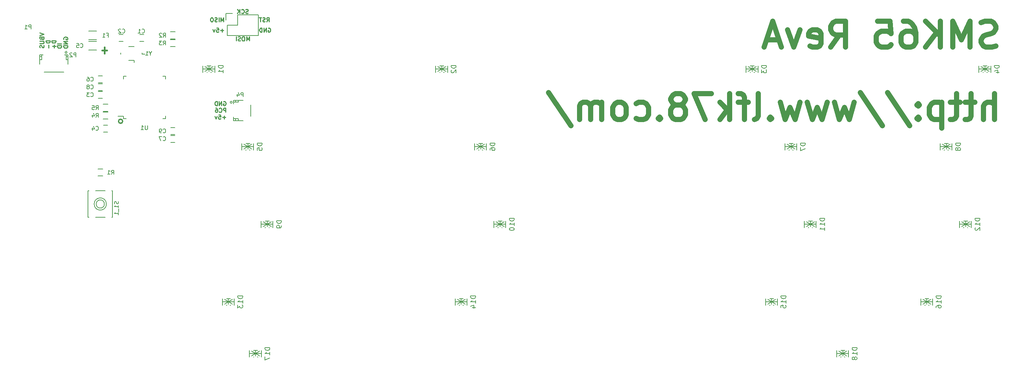
<source format=gbo>
G04 #@! TF.FileFunction,Legend,Bot*
%FSLAX46Y46*%
G04 Gerber Fmt 4.6, Leading zero omitted, Abs format (unit mm)*
G04 Created by KiCad (PCBNEW 4.0.6) date Tuesday, July 11, 2017 'PMt' 09:42:09 PM*
%MOMM*%
%LPD*%
G01*
G04 APERTURE LIST*
%ADD10C,0.150000*%
%ADD11C,0.254000*%
%ADD12C,1.270000*%
%ADD13C,0.381000*%
%ADD14C,0.304800*%
%ADD15C,0.200000*%
G04 APERTURE END LIST*
D10*
D11*
X50038000Y-37174714D02*
X49989619Y-37077952D01*
X49989619Y-36932809D01*
X50038000Y-36787667D01*
X50134762Y-36690905D01*
X50231524Y-36642524D01*
X50425048Y-36594143D01*
X50570190Y-36594143D01*
X50763714Y-36642524D01*
X50860476Y-36690905D01*
X50957238Y-36787667D01*
X51005619Y-36932809D01*
X51005619Y-37029571D01*
X50957238Y-37174714D01*
X50908857Y-37223095D01*
X50570190Y-37223095D01*
X50570190Y-37029571D01*
X51005619Y-37658524D02*
X49989619Y-37658524D01*
X51005619Y-38239095D01*
X49989619Y-38239095D01*
X51005619Y-38722905D02*
X49989619Y-38722905D01*
X49989619Y-38964810D01*
X50038000Y-39109952D01*
X50134762Y-39206714D01*
X50231524Y-39255095D01*
X50425048Y-39303476D01*
X50570190Y-39303476D01*
X50763714Y-39255095D01*
X50860476Y-39206714D01*
X50957238Y-39109952D01*
X51005619Y-38964810D01*
X51005619Y-38722905D01*
X49481619Y-38239095D02*
X48465619Y-38239095D01*
X49481619Y-38722905D02*
X48465619Y-38722905D01*
X48465619Y-38964810D01*
X48514000Y-39109952D01*
X48610762Y-39206714D01*
X48707524Y-39255095D01*
X48901048Y-39303476D01*
X49046190Y-39303476D01*
X49239714Y-39255095D01*
X49336476Y-39206714D01*
X49433238Y-39109952D01*
X49481619Y-38964810D01*
X49481619Y-38722905D01*
X48084619Y-37465000D02*
X47068619Y-37465000D01*
X47068619Y-37706905D01*
X47117000Y-37852047D01*
X47213762Y-37948809D01*
X47310524Y-37997190D01*
X47504048Y-38045571D01*
X47649190Y-38045571D01*
X47842714Y-37997190D01*
X47939476Y-37948809D01*
X48036238Y-37852047D01*
X48084619Y-37706905D01*
X48084619Y-37465000D01*
X47697571Y-38481000D02*
X47697571Y-39255095D01*
X48084619Y-38868047D02*
X47310524Y-38868047D01*
X46687619Y-37465000D02*
X45671619Y-37465000D01*
X45671619Y-37706905D01*
X45720000Y-37852047D01*
X45816762Y-37948809D01*
X45913524Y-37997190D01*
X46107048Y-38045571D01*
X46252190Y-38045571D01*
X46445714Y-37997190D01*
X46542476Y-37948809D01*
X46639238Y-37852047D01*
X46687619Y-37706905D01*
X46687619Y-37465000D01*
X46300571Y-38481000D02*
X46300571Y-39255095D01*
X44147619Y-35547905D02*
X45163619Y-35886572D01*
X44147619Y-36225238D01*
X44631429Y-36902571D02*
X44679810Y-37047714D01*
X44728190Y-37096095D01*
X44824952Y-37144476D01*
X44970095Y-37144476D01*
X45066857Y-37096095D01*
X45115238Y-37047714D01*
X45163619Y-36950952D01*
X45163619Y-36563905D01*
X44147619Y-36563905D01*
X44147619Y-36902571D01*
X44196000Y-36999333D01*
X44244381Y-37047714D01*
X44341143Y-37096095D01*
X44437905Y-37096095D01*
X44534667Y-37047714D01*
X44583048Y-36999333D01*
X44631429Y-36902571D01*
X44631429Y-36563905D01*
X44147619Y-37579905D02*
X44970095Y-37579905D01*
X45066857Y-37628286D01*
X45115238Y-37676667D01*
X45163619Y-37773429D01*
X45163619Y-37966952D01*
X45115238Y-38063714D01*
X45066857Y-38112095D01*
X44970095Y-38160476D01*
X44147619Y-38160476D01*
X45115238Y-38595905D02*
X45163619Y-38741048D01*
X45163619Y-38982952D01*
X45115238Y-39079714D01*
X45066857Y-39128095D01*
X44970095Y-39176476D01*
X44873333Y-39176476D01*
X44776571Y-39128095D01*
X44728190Y-39079714D01*
X44679810Y-38982952D01*
X44631429Y-38789429D01*
X44583048Y-38692667D01*
X44534667Y-38644286D01*
X44437905Y-38595905D01*
X44341143Y-38595905D01*
X44244381Y-38644286D01*
X44196000Y-38692667D01*
X44147619Y-38789429D01*
X44147619Y-39031333D01*
X44196000Y-39176476D01*
X95576571Y-37543619D02*
X95576571Y-36527619D01*
X95237905Y-37253333D01*
X94899238Y-36527619D01*
X94899238Y-37543619D01*
X94221904Y-36527619D02*
X94028381Y-36527619D01*
X93931619Y-36576000D01*
X93834857Y-36672762D01*
X93786476Y-36866286D01*
X93786476Y-37204952D01*
X93834857Y-37398476D01*
X93931619Y-37495238D01*
X94028381Y-37543619D01*
X94221904Y-37543619D01*
X94318666Y-37495238D01*
X94415428Y-37398476D01*
X94463809Y-37204952D01*
X94463809Y-36866286D01*
X94415428Y-36672762D01*
X94318666Y-36576000D01*
X94221904Y-36527619D01*
X93399428Y-37495238D02*
X93254285Y-37543619D01*
X93012381Y-37543619D01*
X92915619Y-37495238D01*
X92867238Y-37446857D01*
X92818857Y-37350095D01*
X92818857Y-37253333D01*
X92867238Y-37156571D01*
X92915619Y-37108190D01*
X93012381Y-37059810D01*
X93205904Y-37011429D01*
X93302666Y-36963048D01*
X93351047Y-36914667D01*
X93399428Y-36817905D01*
X93399428Y-36721143D01*
X93351047Y-36624381D01*
X93302666Y-36576000D01*
X93205904Y-36527619D01*
X92964000Y-36527619D01*
X92818857Y-36576000D01*
X92383428Y-37543619D02*
X92383428Y-36527619D01*
X89293095Y-34997571D02*
X88519000Y-34997571D01*
X88906048Y-35384619D02*
X88906048Y-34610524D01*
X87551381Y-34368619D02*
X88035190Y-34368619D01*
X88083571Y-34852429D01*
X88035190Y-34804048D01*
X87938428Y-34755667D01*
X87696524Y-34755667D01*
X87599762Y-34804048D01*
X87551381Y-34852429D01*
X87503000Y-34949190D01*
X87503000Y-35191095D01*
X87551381Y-35287857D01*
X87599762Y-35336238D01*
X87696524Y-35384619D01*
X87938428Y-35384619D01*
X88035190Y-35336238D01*
X88083571Y-35287857D01*
X87164333Y-34707286D02*
X86922428Y-35384619D01*
X86680524Y-34707286D01*
X100239286Y-34417000D02*
X100336048Y-34368619D01*
X100481191Y-34368619D01*
X100626333Y-34417000D01*
X100723095Y-34513762D01*
X100771476Y-34610524D01*
X100819857Y-34804048D01*
X100819857Y-34949190D01*
X100771476Y-35142714D01*
X100723095Y-35239476D01*
X100626333Y-35336238D01*
X100481191Y-35384619D01*
X100384429Y-35384619D01*
X100239286Y-35336238D01*
X100190905Y-35287857D01*
X100190905Y-34949190D01*
X100384429Y-34949190D01*
X99755476Y-35384619D02*
X99755476Y-34368619D01*
X99174905Y-35384619D01*
X99174905Y-34368619D01*
X98691095Y-35384619D02*
X98691095Y-34368619D01*
X98449190Y-34368619D01*
X98304048Y-34417000D01*
X98207286Y-34513762D01*
X98158905Y-34610524D01*
X98110524Y-34804048D01*
X98110524Y-34949190D01*
X98158905Y-35142714D01*
X98207286Y-35239476D01*
X98304048Y-35336238D01*
X98449190Y-35384619D01*
X98691095Y-35384619D01*
X95286285Y-30764238D02*
X95141142Y-30812619D01*
X94899238Y-30812619D01*
X94802476Y-30764238D01*
X94754095Y-30715857D01*
X94705714Y-30619095D01*
X94705714Y-30522333D01*
X94754095Y-30425571D01*
X94802476Y-30377190D01*
X94899238Y-30328810D01*
X95092761Y-30280429D01*
X95189523Y-30232048D01*
X95237904Y-30183667D01*
X95286285Y-30086905D01*
X95286285Y-29990143D01*
X95237904Y-29893381D01*
X95189523Y-29845000D01*
X95092761Y-29796619D01*
X94850857Y-29796619D01*
X94705714Y-29845000D01*
X93689714Y-30715857D02*
X93738095Y-30764238D01*
X93883238Y-30812619D01*
X93980000Y-30812619D01*
X94125142Y-30764238D01*
X94221904Y-30667476D01*
X94270285Y-30570714D01*
X94318666Y-30377190D01*
X94318666Y-30232048D01*
X94270285Y-30038524D01*
X94221904Y-29941762D01*
X94125142Y-29845000D01*
X93980000Y-29796619D01*
X93883238Y-29796619D01*
X93738095Y-29845000D01*
X93689714Y-29893381D01*
X93254285Y-30812619D02*
X93254285Y-29796619D01*
X92673714Y-30812619D02*
X93109142Y-30232048D01*
X92673714Y-29796619D02*
X93254285Y-30377190D01*
X99852238Y-32844619D02*
X100190904Y-32360810D01*
X100432809Y-32844619D02*
X100432809Y-31828619D01*
X100045762Y-31828619D01*
X99949000Y-31877000D01*
X99900619Y-31925381D01*
X99852238Y-32022143D01*
X99852238Y-32167286D01*
X99900619Y-32264048D01*
X99949000Y-32312429D01*
X100045762Y-32360810D01*
X100432809Y-32360810D01*
X99465190Y-32796238D02*
X99320047Y-32844619D01*
X99078143Y-32844619D01*
X98981381Y-32796238D01*
X98933000Y-32747857D01*
X98884619Y-32651095D01*
X98884619Y-32554333D01*
X98933000Y-32457571D01*
X98981381Y-32409190D01*
X99078143Y-32360810D01*
X99271666Y-32312429D01*
X99368428Y-32264048D01*
X99416809Y-32215667D01*
X99465190Y-32118905D01*
X99465190Y-32022143D01*
X99416809Y-31925381D01*
X99368428Y-31877000D01*
X99271666Y-31828619D01*
X99029762Y-31828619D01*
X98884619Y-31877000D01*
X98594333Y-31828619D02*
X98013762Y-31828619D01*
X98304047Y-32844619D02*
X98304047Y-31828619D01*
X89293095Y-32844619D02*
X89293095Y-31828619D01*
X88954429Y-32554333D01*
X88615762Y-31828619D01*
X88615762Y-32844619D01*
X88131952Y-32844619D02*
X88131952Y-31828619D01*
X87696523Y-32796238D02*
X87551380Y-32844619D01*
X87309476Y-32844619D01*
X87212714Y-32796238D01*
X87164333Y-32747857D01*
X87115952Y-32651095D01*
X87115952Y-32554333D01*
X87164333Y-32457571D01*
X87212714Y-32409190D01*
X87309476Y-32360810D01*
X87502999Y-32312429D01*
X87599761Y-32264048D01*
X87648142Y-32215667D01*
X87696523Y-32118905D01*
X87696523Y-32022143D01*
X87648142Y-31925381D01*
X87599761Y-31877000D01*
X87502999Y-31828619D01*
X87261095Y-31828619D01*
X87115952Y-31877000D01*
X86486999Y-31828619D02*
X86293476Y-31828619D01*
X86196714Y-31877000D01*
X86099952Y-31973762D01*
X86051571Y-32167286D01*
X86051571Y-32505952D01*
X86099952Y-32699476D01*
X86196714Y-32796238D01*
X86293476Y-32844619D01*
X86486999Y-32844619D01*
X86583761Y-32796238D01*
X86680523Y-32699476D01*
X86728904Y-32505952D01*
X86728904Y-32167286D01*
X86680523Y-31973762D01*
X86583761Y-31877000D01*
X86486999Y-31828619D01*
X89801095Y-56333571D02*
X89027000Y-56333571D01*
X89414048Y-56720619D02*
X89414048Y-55946524D01*
X88059381Y-55704619D02*
X88543190Y-55704619D01*
X88591571Y-56188429D01*
X88543190Y-56140048D01*
X88446428Y-56091667D01*
X88204524Y-56091667D01*
X88107762Y-56140048D01*
X88059381Y-56188429D01*
X88011000Y-56285190D01*
X88011000Y-56527095D01*
X88059381Y-56623857D01*
X88107762Y-56672238D01*
X88204524Y-56720619D01*
X88446428Y-56720619D01*
X88543190Y-56672238D01*
X88591571Y-56623857D01*
X87672333Y-56043286D02*
X87430428Y-56720619D01*
X87188524Y-56043286D01*
X89801095Y-55069619D02*
X89801095Y-54053619D01*
X89414048Y-54053619D01*
X89317286Y-54102000D01*
X89268905Y-54150381D01*
X89220524Y-54247143D01*
X89220524Y-54392286D01*
X89268905Y-54489048D01*
X89317286Y-54537429D01*
X89414048Y-54585810D01*
X89801095Y-54585810D01*
X88204524Y-54972857D02*
X88252905Y-55021238D01*
X88398048Y-55069619D01*
X88494810Y-55069619D01*
X88639952Y-55021238D01*
X88736714Y-54924476D01*
X88785095Y-54827714D01*
X88833476Y-54634190D01*
X88833476Y-54489048D01*
X88785095Y-54295524D01*
X88736714Y-54198762D01*
X88639952Y-54102000D01*
X88494810Y-54053619D01*
X88398048Y-54053619D01*
X88252905Y-54102000D01*
X88204524Y-54150381D01*
X87333667Y-54053619D02*
X87527190Y-54053619D01*
X87623952Y-54102000D01*
X87672333Y-54150381D01*
X87769095Y-54295524D01*
X87817476Y-54489048D01*
X87817476Y-54876095D01*
X87769095Y-54972857D01*
X87720714Y-55021238D01*
X87623952Y-55069619D01*
X87430429Y-55069619D01*
X87333667Y-55021238D01*
X87285286Y-54972857D01*
X87236905Y-54876095D01*
X87236905Y-54634190D01*
X87285286Y-54537429D01*
X87333667Y-54489048D01*
X87430429Y-54440667D01*
X87623952Y-54440667D01*
X87720714Y-54489048D01*
X87769095Y-54537429D01*
X87817476Y-54634190D01*
X89268905Y-52451000D02*
X89365667Y-52402619D01*
X89510810Y-52402619D01*
X89655952Y-52451000D01*
X89752714Y-52547762D01*
X89801095Y-52644524D01*
X89849476Y-52838048D01*
X89849476Y-52983190D01*
X89801095Y-53176714D01*
X89752714Y-53273476D01*
X89655952Y-53370238D01*
X89510810Y-53418619D01*
X89414048Y-53418619D01*
X89268905Y-53370238D01*
X89220524Y-53321857D01*
X89220524Y-52983190D01*
X89414048Y-52983190D01*
X88785095Y-53418619D02*
X88785095Y-52402619D01*
X88204524Y-53418619D01*
X88204524Y-52402619D01*
X87720714Y-53418619D02*
X87720714Y-52402619D01*
X87478809Y-52402619D01*
X87333667Y-52451000D01*
X87236905Y-52547762D01*
X87188524Y-52644524D01*
X87140143Y-52838048D01*
X87140143Y-52983190D01*
X87188524Y-53176714D01*
X87236905Y-53273476D01*
X87333667Y-53370238D01*
X87478809Y-53418619D01*
X87720714Y-53418619D01*
D12*
X278825476Y-38765238D02*
X277918333Y-39067619D01*
X276406429Y-39067619D01*
X275801667Y-38765238D01*
X275499286Y-38462857D01*
X275196905Y-37858095D01*
X275196905Y-37253333D01*
X275499286Y-36648571D01*
X275801667Y-36346190D01*
X276406429Y-36043810D01*
X277615952Y-35741429D01*
X278220714Y-35439048D01*
X278523095Y-35136667D01*
X278825476Y-34531905D01*
X278825476Y-33927143D01*
X278523095Y-33322381D01*
X278220714Y-33020000D01*
X277615952Y-32717619D01*
X276104048Y-32717619D01*
X275196905Y-33020000D01*
X272475476Y-39067619D02*
X272475476Y-32717619D01*
X270358810Y-37253333D01*
X268242143Y-32717619D01*
X268242143Y-39067619D01*
X265218333Y-39067619D02*
X265218333Y-32717619D01*
X261589762Y-39067619D02*
X264311190Y-35439048D01*
X261589762Y-32717619D02*
X265218333Y-36346190D01*
X256146905Y-32717619D02*
X257356428Y-32717619D01*
X257961190Y-33020000D01*
X258263571Y-33322381D01*
X258868333Y-34229524D01*
X259170714Y-35439048D01*
X259170714Y-37858095D01*
X258868333Y-38462857D01*
X258565952Y-38765238D01*
X257961190Y-39067619D01*
X256751667Y-39067619D01*
X256146905Y-38765238D01*
X255844524Y-38462857D01*
X255542143Y-37858095D01*
X255542143Y-36346190D01*
X255844524Y-35741429D01*
X256146905Y-35439048D01*
X256751667Y-35136667D01*
X257961190Y-35136667D01*
X258565952Y-35439048D01*
X258868333Y-35741429D01*
X259170714Y-36346190D01*
X249796905Y-32717619D02*
X252820714Y-32717619D01*
X253123095Y-35741429D01*
X252820714Y-35439048D01*
X252215952Y-35136667D01*
X250704048Y-35136667D01*
X250099286Y-35439048D01*
X249796905Y-35741429D01*
X249494524Y-36346190D01*
X249494524Y-37858095D01*
X249796905Y-38462857D01*
X250099286Y-38765238D01*
X250704048Y-39067619D01*
X252215952Y-39067619D01*
X252820714Y-38765238D01*
X253123095Y-38462857D01*
X238306429Y-39067619D02*
X240423095Y-36043810D01*
X241935000Y-39067619D02*
X241935000Y-32717619D01*
X239515953Y-32717619D01*
X238911191Y-33020000D01*
X238608810Y-33322381D01*
X238306429Y-33927143D01*
X238306429Y-34834286D01*
X238608810Y-35439048D01*
X238911191Y-35741429D01*
X239515953Y-36043810D01*
X241935000Y-36043810D01*
X233165953Y-38765238D02*
X233770715Y-39067619D01*
X234980238Y-39067619D01*
X235585000Y-38765238D01*
X235887381Y-38160476D01*
X235887381Y-35741429D01*
X235585000Y-35136667D01*
X234980238Y-34834286D01*
X233770715Y-34834286D01*
X233165953Y-35136667D01*
X232863572Y-35741429D01*
X232863572Y-36346190D01*
X235887381Y-36950952D01*
X230746905Y-34834286D02*
X229235000Y-39067619D01*
X227723096Y-34834286D01*
X225606429Y-37253333D02*
X222582620Y-37253333D01*
X226211191Y-39067619D02*
X224094524Y-32717619D01*
X221977858Y-39067619D01*
X278523095Y-56847619D02*
X278523095Y-50497619D01*
X275801667Y-56847619D02*
X275801667Y-53521429D01*
X276104048Y-52916667D01*
X276708810Y-52614286D01*
X277615952Y-52614286D01*
X278220714Y-52916667D01*
X278523095Y-53219048D01*
X273685000Y-52614286D02*
X271265952Y-52614286D01*
X272777857Y-50497619D02*
X272777857Y-55940476D01*
X272475476Y-56545238D01*
X271870714Y-56847619D01*
X271265952Y-56847619D01*
X270056429Y-52614286D02*
X267637381Y-52614286D01*
X269149286Y-50497619D02*
X269149286Y-55940476D01*
X268846905Y-56545238D01*
X268242143Y-56847619D01*
X267637381Y-56847619D01*
X265520715Y-52614286D02*
X265520715Y-58964286D01*
X265520715Y-52916667D02*
X264915953Y-52614286D01*
X263706430Y-52614286D01*
X263101668Y-52916667D01*
X262799287Y-53219048D01*
X262496906Y-53823810D01*
X262496906Y-55638095D01*
X262799287Y-56242857D01*
X263101668Y-56545238D01*
X263706430Y-56847619D01*
X264915953Y-56847619D01*
X265520715Y-56545238D01*
X259775477Y-56242857D02*
X259473096Y-56545238D01*
X259775477Y-56847619D01*
X260077858Y-56545238D01*
X259775477Y-56242857D01*
X259775477Y-56847619D01*
X259775477Y-52916667D02*
X259473096Y-53219048D01*
X259775477Y-53521429D01*
X260077858Y-53219048D01*
X259775477Y-52916667D01*
X259775477Y-53521429D01*
X252215953Y-50195238D02*
X257658810Y-58359524D01*
X245563572Y-50195238D02*
X251006429Y-58359524D01*
X244051667Y-52614286D02*
X242842143Y-56847619D01*
X241632620Y-53823810D01*
X240423096Y-56847619D01*
X239213572Y-52614286D01*
X237399286Y-52614286D02*
X236189762Y-56847619D01*
X234980239Y-53823810D01*
X233770715Y-56847619D01*
X232561191Y-52614286D01*
X230746905Y-52614286D02*
X229537381Y-56847619D01*
X228327858Y-53823810D01*
X227118334Y-56847619D01*
X225908810Y-52614286D01*
X223489762Y-56242857D02*
X223187381Y-56545238D01*
X223489762Y-56847619D01*
X223792143Y-56545238D01*
X223489762Y-56242857D01*
X223489762Y-56847619D01*
X219558809Y-56847619D02*
X220163571Y-56545238D01*
X220465952Y-55940476D01*
X220465952Y-50497619D01*
X218046905Y-52614286D02*
X215627857Y-52614286D01*
X217139762Y-56847619D02*
X217139762Y-51404762D01*
X216837381Y-50800000D01*
X216232619Y-50497619D01*
X215627857Y-50497619D01*
X213511191Y-56847619D02*
X213511191Y-50497619D01*
X212906429Y-54428571D02*
X211092144Y-56847619D01*
X211092144Y-52614286D02*
X213511191Y-55033333D01*
X208975477Y-50497619D02*
X204742144Y-50497619D01*
X207463572Y-56847619D01*
X201415953Y-53219048D02*
X202020715Y-52916667D01*
X202323096Y-52614286D01*
X202625477Y-52009524D01*
X202625477Y-51707143D01*
X202323096Y-51102381D01*
X202020715Y-50800000D01*
X201415953Y-50497619D01*
X200206430Y-50497619D01*
X199601668Y-50800000D01*
X199299287Y-51102381D01*
X198996906Y-51707143D01*
X198996906Y-52009524D01*
X199299287Y-52614286D01*
X199601668Y-52916667D01*
X200206430Y-53219048D01*
X201415953Y-53219048D01*
X202020715Y-53521429D01*
X202323096Y-53823810D01*
X202625477Y-54428571D01*
X202625477Y-55638095D01*
X202323096Y-56242857D01*
X202020715Y-56545238D01*
X201415953Y-56847619D01*
X200206430Y-56847619D01*
X199601668Y-56545238D01*
X199299287Y-56242857D01*
X198996906Y-55638095D01*
X198996906Y-54428571D01*
X199299287Y-53823810D01*
X199601668Y-53521429D01*
X200206430Y-53219048D01*
X196275477Y-56242857D02*
X195973096Y-56545238D01*
X196275477Y-56847619D01*
X196577858Y-56545238D01*
X196275477Y-56242857D01*
X196275477Y-56847619D01*
X190530239Y-56545238D02*
X191135001Y-56847619D01*
X192344524Y-56847619D01*
X192949286Y-56545238D01*
X193251667Y-56242857D01*
X193554048Y-55638095D01*
X193554048Y-53823810D01*
X193251667Y-53219048D01*
X192949286Y-52916667D01*
X192344524Y-52614286D01*
X191135001Y-52614286D01*
X190530239Y-52916667D01*
X186901667Y-56847619D02*
X187506429Y-56545238D01*
X187808810Y-56242857D01*
X188111191Y-55638095D01*
X188111191Y-53823810D01*
X187808810Y-53219048D01*
X187506429Y-52916667D01*
X186901667Y-52614286D01*
X185994525Y-52614286D01*
X185389763Y-52916667D01*
X185087382Y-53219048D01*
X184785001Y-53823810D01*
X184785001Y-55638095D01*
X185087382Y-56242857D01*
X185389763Y-56545238D01*
X185994525Y-56847619D01*
X186901667Y-56847619D01*
X182063572Y-56847619D02*
X182063572Y-52614286D01*
X182063572Y-53219048D02*
X181761191Y-52916667D01*
X181156429Y-52614286D01*
X180249287Y-52614286D01*
X179644525Y-52916667D01*
X179342144Y-53521429D01*
X179342144Y-56847619D01*
X179342144Y-53521429D02*
X179039763Y-52916667D01*
X178435001Y-52614286D01*
X177527858Y-52614286D01*
X176923096Y-52916667D01*
X176620715Y-53521429D01*
X176620715Y-56847619D01*
X169061191Y-50195238D02*
X174504048Y-58359524D01*
D13*
X60651571Y-39896143D02*
X59490428Y-39896143D01*
X60070999Y-40670238D02*
X60070999Y-39122048D01*
D14*
X64516000Y-57277000D02*
G75*
G03X64516000Y-57277000I-508000J0D01*
G01*
D10*
X68715000Y-35980000D02*
X69715000Y-35980000D01*
X69715000Y-37680000D02*
X68715000Y-37680000D01*
X64635000Y-37680000D02*
X63635000Y-37680000D01*
X63635000Y-35980000D02*
X64635000Y-35980000D01*
X58555000Y-49950000D02*
X59555000Y-49950000D01*
X59555000Y-51650000D02*
X58555000Y-51650000D01*
X59825000Y-58205000D02*
X60825000Y-58205000D01*
X60825000Y-59905000D02*
X59825000Y-59905000D01*
X56150000Y-37710000D02*
X58150000Y-37710000D01*
X58150000Y-39760000D02*
X56150000Y-39760000D01*
X59555000Y-47840000D02*
X58555000Y-47840000D01*
X58555000Y-46140000D02*
X59555000Y-46140000D01*
X76335000Y-60745000D02*
X77335000Y-60745000D01*
X77335000Y-62445000D02*
X76335000Y-62445000D01*
X58555000Y-48045000D02*
X59555000Y-48045000D01*
X59555000Y-49745000D02*
X58555000Y-49745000D01*
X77335000Y-60540000D02*
X76335000Y-60540000D01*
X76335000Y-58840000D02*
X77335000Y-58840000D01*
X85325000Y-45250000D02*
X85175000Y-45250000D01*
X86725000Y-43850000D02*
X84725000Y-45050000D01*
X86725000Y-45050000D02*
X84725000Y-43850000D01*
X85725000Y-43650000D02*
X85725000Y-45050000D01*
X87125000Y-44450000D02*
X84225000Y-44450000D01*
X87125000Y-43650000D02*
X87125000Y-45250000D01*
X86275000Y-45250000D02*
X86175000Y-45250000D01*
X84225000Y-45250000D02*
X84225000Y-43650000D01*
X85225000Y-43650000D02*
X86225000Y-43650000D01*
X86225000Y-45250000D02*
X86125000Y-45250000D01*
X142475000Y-45250000D02*
X142325000Y-45250000D01*
X143875000Y-43850000D02*
X141875000Y-45050000D01*
X143875000Y-45050000D02*
X141875000Y-43850000D01*
X142875000Y-43650000D02*
X142875000Y-45050000D01*
X144275000Y-44450000D02*
X141375000Y-44450000D01*
X144275000Y-43650000D02*
X144275000Y-45250000D01*
X143425000Y-45250000D02*
X143325000Y-45250000D01*
X141375000Y-45250000D02*
X141375000Y-43650000D01*
X142375000Y-43650000D02*
X143375000Y-43650000D01*
X143375000Y-45250000D02*
X143275000Y-45250000D01*
X218675000Y-45250000D02*
X218525000Y-45250000D01*
X220075000Y-43850000D02*
X218075000Y-45050000D01*
X220075000Y-45050000D02*
X218075000Y-43850000D01*
X219075000Y-43650000D02*
X219075000Y-45050000D01*
X220475000Y-44450000D02*
X217575000Y-44450000D01*
X220475000Y-43650000D02*
X220475000Y-45250000D01*
X219625000Y-45250000D02*
X219525000Y-45250000D01*
X217575000Y-45250000D02*
X217575000Y-43650000D01*
X218575000Y-43650000D02*
X219575000Y-43650000D01*
X219575000Y-45250000D02*
X219475000Y-45250000D01*
X275825000Y-45250000D02*
X275675000Y-45250000D01*
X277225000Y-43850000D02*
X275225000Y-45050000D01*
X277225000Y-45050000D02*
X275225000Y-43850000D01*
X276225000Y-43650000D02*
X276225000Y-45050000D01*
X277625000Y-44450000D02*
X274725000Y-44450000D01*
X277625000Y-43650000D02*
X277625000Y-45250000D01*
X276775000Y-45250000D02*
X276675000Y-45250000D01*
X274725000Y-45250000D02*
X274725000Y-43650000D01*
X275725000Y-43650000D02*
X276725000Y-43650000D01*
X276725000Y-45250000D02*
X276625000Y-45250000D01*
X94850000Y-64300000D02*
X94700000Y-64300000D01*
X96250000Y-62900000D02*
X94250000Y-64100000D01*
X96250000Y-64100000D02*
X94250000Y-62900000D01*
X95250000Y-62700000D02*
X95250000Y-64100000D01*
X96650000Y-63500000D02*
X93750000Y-63500000D01*
X96650000Y-62700000D02*
X96650000Y-64300000D01*
X95800000Y-64300000D02*
X95700000Y-64300000D01*
X93750000Y-64300000D02*
X93750000Y-62700000D01*
X94750000Y-62700000D02*
X95750000Y-62700000D01*
X95750000Y-64300000D02*
X95650000Y-64300000D01*
X152000000Y-64300000D02*
X151850000Y-64300000D01*
X153400000Y-62900000D02*
X151400000Y-64100000D01*
X153400000Y-64100000D02*
X151400000Y-62900000D01*
X152400000Y-62700000D02*
X152400000Y-64100000D01*
X153800000Y-63500000D02*
X150900000Y-63500000D01*
X153800000Y-62700000D02*
X153800000Y-64300000D01*
X152950000Y-64300000D02*
X152850000Y-64300000D01*
X150900000Y-64300000D02*
X150900000Y-62700000D01*
X151900000Y-62700000D02*
X152900000Y-62700000D01*
X152900000Y-64300000D02*
X152800000Y-64300000D01*
X228200000Y-64300000D02*
X228050000Y-64300000D01*
X229600000Y-62900000D02*
X227600000Y-64100000D01*
X229600000Y-64100000D02*
X227600000Y-62900000D01*
X228600000Y-62700000D02*
X228600000Y-64100000D01*
X230000000Y-63500000D02*
X227100000Y-63500000D01*
X230000000Y-62700000D02*
X230000000Y-64300000D01*
X229150000Y-64300000D02*
X229050000Y-64300000D01*
X227100000Y-64300000D02*
X227100000Y-62700000D01*
X228100000Y-62700000D02*
X229100000Y-62700000D01*
X229100000Y-64300000D02*
X229000000Y-64300000D01*
X266300000Y-64300000D02*
X266150000Y-64300000D01*
X267700000Y-62900000D02*
X265700000Y-64100000D01*
X267700000Y-64100000D02*
X265700000Y-62900000D01*
X266700000Y-62700000D02*
X266700000Y-64100000D01*
X268100000Y-63500000D02*
X265200000Y-63500000D01*
X268100000Y-62700000D02*
X268100000Y-64300000D01*
X267250000Y-64300000D02*
X267150000Y-64300000D01*
X265200000Y-64300000D02*
X265200000Y-62700000D01*
X266200000Y-62700000D02*
X267200000Y-62700000D01*
X267200000Y-64300000D02*
X267100000Y-64300000D01*
X99612500Y-83350000D02*
X99462500Y-83350000D01*
X101012500Y-81950000D02*
X99012500Y-83150000D01*
X101012500Y-83150000D02*
X99012500Y-81950000D01*
X100012500Y-81750000D02*
X100012500Y-83150000D01*
X101412500Y-82550000D02*
X98512500Y-82550000D01*
X101412500Y-81750000D02*
X101412500Y-83350000D01*
X100562500Y-83350000D02*
X100462500Y-83350000D01*
X98512500Y-83350000D02*
X98512500Y-81750000D01*
X99512500Y-81750000D02*
X100512500Y-81750000D01*
X100512500Y-83350000D02*
X100412500Y-83350000D01*
X156762500Y-83350000D02*
X156612500Y-83350000D01*
X158162500Y-81950000D02*
X156162500Y-83150000D01*
X158162500Y-83150000D02*
X156162500Y-81950000D01*
X157162500Y-81750000D02*
X157162500Y-83150000D01*
X158562500Y-82550000D02*
X155662500Y-82550000D01*
X158562500Y-81750000D02*
X158562500Y-83350000D01*
X157712500Y-83350000D02*
X157612500Y-83350000D01*
X155662500Y-83350000D02*
X155662500Y-81750000D01*
X156662500Y-81750000D02*
X157662500Y-81750000D01*
X157662500Y-83350000D02*
X157562500Y-83350000D01*
X232962500Y-83350000D02*
X232812500Y-83350000D01*
X234362500Y-81950000D02*
X232362500Y-83150000D01*
X234362500Y-83150000D02*
X232362500Y-81950000D01*
X233362500Y-81750000D02*
X233362500Y-83150000D01*
X234762500Y-82550000D02*
X231862500Y-82550000D01*
X234762500Y-81750000D02*
X234762500Y-83350000D01*
X233912500Y-83350000D02*
X233812500Y-83350000D01*
X231862500Y-83350000D02*
X231862500Y-81750000D01*
X232862500Y-81750000D02*
X233862500Y-81750000D01*
X233862500Y-83350000D02*
X233762500Y-83350000D01*
X271062500Y-83350000D02*
X270912500Y-83350000D01*
X272462500Y-81950000D02*
X270462500Y-83150000D01*
X272462500Y-83150000D02*
X270462500Y-81950000D01*
X271462500Y-81750000D02*
X271462500Y-83150000D01*
X272862500Y-82550000D02*
X269962500Y-82550000D01*
X272862500Y-81750000D02*
X272862500Y-83350000D01*
X272012500Y-83350000D02*
X271912500Y-83350000D01*
X269962500Y-83350000D02*
X269962500Y-81750000D01*
X270962500Y-81750000D02*
X271962500Y-81750000D01*
X271962500Y-83350000D02*
X271862500Y-83350000D01*
X90087500Y-102400000D02*
X89937500Y-102400000D01*
X91487500Y-101000000D02*
X89487500Y-102200000D01*
X91487500Y-102200000D02*
X89487500Y-101000000D01*
X90487500Y-100800000D02*
X90487500Y-102200000D01*
X91887500Y-101600000D02*
X88987500Y-101600000D01*
X91887500Y-100800000D02*
X91887500Y-102400000D01*
X91037500Y-102400000D02*
X90937500Y-102400000D01*
X88987500Y-102400000D02*
X88987500Y-100800000D01*
X89987500Y-100800000D02*
X90987500Y-100800000D01*
X90987500Y-102400000D02*
X90887500Y-102400000D01*
X147237500Y-102400000D02*
X147087500Y-102400000D01*
X148637500Y-101000000D02*
X146637500Y-102200000D01*
X148637500Y-102200000D02*
X146637500Y-101000000D01*
X147637500Y-100800000D02*
X147637500Y-102200000D01*
X149037500Y-101600000D02*
X146137500Y-101600000D01*
X149037500Y-100800000D02*
X149037500Y-102400000D01*
X148187500Y-102400000D02*
X148087500Y-102400000D01*
X146137500Y-102400000D02*
X146137500Y-100800000D01*
X147137500Y-100800000D02*
X148137500Y-100800000D01*
X148137500Y-102400000D02*
X148037500Y-102400000D01*
X223437500Y-102400000D02*
X223287500Y-102400000D01*
X224837500Y-101000000D02*
X222837500Y-102200000D01*
X224837500Y-102200000D02*
X222837500Y-101000000D01*
X223837500Y-100800000D02*
X223837500Y-102200000D01*
X225237500Y-101600000D02*
X222337500Y-101600000D01*
X225237500Y-100800000D02*
X225237500Y-102400000D01*
X224387500Y-102400000D02*
X224287500Y-102400000D01*
X222337500Y-102400000D02*
X222337500Y-100800000D01*
X223337500Y-100800000D02*
X224337500Y-100800000D01*
X224337500Y-102400000D02*
X224237500Y-102400000D01*
X261537500Y-102400000D02*
X261387500Y-102400000D01*
X262937500Y-101000000D02*
X260937500Y-102200000D01*
X262937500Y-102200000D02*
X260937500Y-101000000D01*
X261937500Y-100800000D02*
X261937500Y-102200000D01*
X263337500Y-101600000D02*
X260437500Y-101600000D01*
X263337500Y-100800000D02*
X263337500Y-102400000D01*
X262487500Y-102400000D02*
X262387500Y-102400000D01*
X260437500Y-102400000D02*
X260437500Y-100800000D01*
X261437500Y-100800000D02*
X262437500Y-100800000D01*
X262437500Y-102400000D02*
X262337500Y-102400000D01*
X96755000Y-115100000D02*
X96605000Y-115100000D01*
X98155000Y-113700000D02*
X96155000Y-114900000D01*
X98155000Y-114900000D02*
X96155000Y-113700000D01*
X97155000Y-113500000D02*
X97155000Y-114900000D01*
X98555000Y-114300000D02*
X95655000Y-114300000D01*
X98555000Y-113500000D02*
X98555000Y-115100000D01*
X97705000Y-115100000D02*
X97605000Y-115100000D01*
X95655000Y-115100000D02*
X95655000Y-113500000D01*
X96655000Y-113500000D02*
X97655000Y-113500000D01*
X97655000Y-115100000D02*
X97555000Y-115100000D01*
X58150000Y-37220000D02*
X56150000Y-37220000D01*
X56150000Y-35170000D02*
X58150000Y-35170000D01*
X59655000Y-68975000D02*
X58455000Y-68975000D01*
X58455000Y-70725000D02*
X59655000Y-70725000D01*
X76235000Y-37070000D02*
X77435000Y-37070000D01*
X77435000Y-35320000D02*
X76235000Y-35320000D01*
X76235000Y-38975000D02*
X77435000Y-38975000D01*
X77435000Y-37225000D02*
X76235000Y-37225000D01*
X59725000Y-56755000D02*
X60925000Y-56755000D01*
X60925000Y-55005000D02*
X59725000Y-55005000D01*
X59725000Y-54850000D02*
X60925000Y-54850000D01*
X60925000Y-53100000D02*
X59725000Y-53100000D01*
X62023300Y-74347000D02*
X61823300Y-74347000D01*
X56023300Y-74347000D02*
X56223300Y-74347000D01*
X56023300Y-80847000D02*
X56223300Y-80847000D01*
X62023300Y-80847000D02*
X61823300Y-80847000D01*
X60223300Y-80847000D02*
X57823300Y-80847000D01*
X60223300Y-74347000D02*
X57823300Y-74347000D01*
X62023300Y-74347000D02*
X62023300Y-80847000D01*
X56023300Y-80847000D02*
X56023300Y-74347000D01*
X60023300Y-77597000D02*
G75*
G03X60023300Y-77597000I-1000000J0D01*
G01*
X60523300Y-77597000D02*
G75*
G03X60523300Y-77597000I-1500000J0D01*
G01*
X64675000Y-56610000D02*
X64675000Y-56035000D01*
X75025000Y-56610000D02*
X75025000Y-55935000D01*
X75025000Y-46260000D02*
X75025000Y-46935000D01*
X64675000Y-46260000D02*
X64675000Y-46935000D01*
X64675000Y-56610000D02*
X65350000Y-56610000D01*
X64675000Y-46260000D02*
X65350000Y-46260000D01*
X75025000Y-46260000D02*
X74350000Y-46260000D01*
X75025000Y-56610000D02*
X74350000Y-56610000D01*
X64675000Y-56035000D02*
X63400000Y-56035000D01*
X69275000Y-40840000D02*
X69975000Y-40840000D01*
X67375000Y-42340000D02*
X67375000Y-42840000D01*
X65972920Y-42340000D02*
X67375000Y-42340000D01*
X67376040Y-38940000D02*
X65973960Y-38940000D01*
X64075000Y-40840000D02*
X64075000Y-40440000D01*
X69275000Y-40840000D02*
X69275000Y-40440000D01*
X240900000Y-115100000D02*
X240750000Y-115100000D01*
X242300000Y-113700000D02*
X240300000Y-114900000D01*
X242300000Y-114900000D02*
X240300000Y-113700000D01*
X241300000Y-113500000D02*
X241300000Y-114900000D01*
X242700000Y-114300000D02*
X239800000Y-114300000D01*
X242700000Y-113500000D02*
X242700000Y-115100000D01*
X241850000Y-115100000D02*
X241750000Y-115100000D01*
X239800000Y-115100000D02*
X239800000Y-113500000D01*
X240800000Y-113500000D02*
X241800000Y-113500000D01*
X241800000Y-115100000D02*
X241700000Y-115100000D01*
X50875000Y-40357500D02*
G75*
G03X50875000Y-40357500I-250000J0D01*
G01*
X50025000Y-45182500D02*
X45225000Y-45182500D01*
X51125000Y-43282500D02*
X51125000Y-40932500D01*
X51125000Y-40932500D02*
X50225000Y-40932500D01*
X50625000Y-40932500D02*
X50625000Y-42132500D01*
X50625000Y-42132500D02*
X50625000Y-42132500D01*
X50625000Y-42132500D02*
X50625000Y-40932500D01*
X50625000Y-40932500D02*
X50625000Y-40932500D01*
X50625000Y-41432500D02*
X50625000Y-41432500D01*
X50625000Y-41432500D02*
X51125000Y-41432500D01*
X51125000Y-41432500D02*
X51125000Y-41432500D01*
X51125000Y-41432500D02*
X50625000Y-41432500D01*
X50625000Y-42132500D02*
X50625000Y-42132500D01*
X50625000Y-42132500D02*
X51125000Y-42132500D01*
X51125000Y-42132500D02*
X51125000Y-42132500D01*
X51125000Y-42132500D02*
X50625000Y-42132500D01*
X44125000Y-43282500D02*
X44125000Y-40932500D01*
X44125000Y-40932500D02*
X45025000Y-40932500D01*
X44625000Y-40932500D02*
X44625000Y-42132500D01*
X44625000Y-42132500D02*
X44625000Y-42132500D01*
X44625000Y-42132500D02*
X44625000Y-40932500D01*
X44625000Y-40932500D02*
X44625000Y-40932500D01*
X44625000Y-41432500D02*
X44625000Y-41432500D01*
X44625000Y-41432500D02*
X44125000Y-41432500D01*
X44125000Y-41432500D02*
X44125000Y-41432500D01*
X44125000Y-41432500D02*
X44625000Y-41432500D01*
X44625000Y-42132500D02*
X44625000Y-42132500D01*
X44625000Y-42132500D02*
X44125000Y-42132500D01*
X44125000Y-42132500D02*
X44125000Y-42132500D01*
X44125000Y-42132500D02*
X44625000Y-42132500D01*
X91407500Y-52610000D02*
G75*
G03X91407500Y-52610000I-250000J0D01*
G01*
X95982500Y-53210000D02*
X95982500Y-56010000D01*
X94082500Y-52110000D02*
X91732500Y-52110000D01*
X91732500Y-52110000D02*
X91732500Y-53010000D01*
X91732500Y-52610000D02*
X92932500Y-52610000D01*
X92932500Y-52610000D02*
X92932500Y-52610000D01*
X92932500Y-52610000D02*
X91732500Y-52610000D01*
X91732500Y-52610000D02*
X91732500Y-52610000D01*
X92232500Y-52610000D02*
X92232500Y-52610000D01*
X92232500Y-52610000D02*
X92232500Y-52110000D01*
X92232500Y-52110000D02*
X92232500Y-52110000D01*
X92232500Y-52110000D02*
X92232500Y-52610000D01*
X92932500Y-52610000D02*
X92932500Y-52610000D01*
X92932500Y-52610000D02*
X92932500Y-52110000D01*
X92932500Y-52110000D02*
X92932500Y-52110000D01*
X92932500Y-52110000D02*
X92932500Y-52610000D01*
X94082500Y-57110000D02*
X91732500Y-57110000D01*
X91732500Y-57110000D02*
X91732500Y-56210000D01*
X91732500Y-56610000D02*
X92932500Y-56610000D01*
X92932500Y-56610000D02*
X92932500Y-56610000D01*
X92932500Y-56610000D02*
X91732500Y-56610000D01*
X91732500Y-56610000D02*
X91732500Y-56610000D01*
X92232500Y-56610000D02*
X92232500Y-56610000D01*
X92232500Y-56610000D02*
X92232500Y-57110000D01*
X92232500Y-57110000D02*
X92232500Y-57110000D01*
X92232500Y-57110000D02*
X92232500Y-56610000D01*
X92932500Y-56610000D02*
X92932500Y-56610000D01*
X92932500Y-56610000D02*
X92932500Y-57110000D01*
X92932500Y-57110000D02*
X92932500Y-57110000D01*
X92932500Y-57110000D02*
X92932500Y-56610000D01*
X92710000Y-31115000D02*
X97790000Y-31115000D01*
X89890000Y-30835000D02*
X89890000Y-32385000D01*
X90170000Y-33655000D02*
X92710000Y-33655000D01*
X92710000Y-33655000D02*
X92710000Y-31115000D01*
X97790000Y-31115000D02*
X97790000Y-36195000D01*
X97790000Y-36195000D02*
X92710000Y-36195000D01*
X89890000Y-30835000D02*
X91440000Y-30835000D01*
X90170000Y-36195000D02*
X90170000Y-33655000D01*
X92710000Y-36195000D02*
X90170000Y-36195000D01*
D15*
X42013095Y-34615381D02*
X42013095Y-33615381D01*
X41632142Y-33615381D01*
X41536904Y-33663000D01*
X41489285Y-33710619D01*
X41441666Y-33805857D01*
X41441666Y-33948714D01*
X41489285Y-34043952D01*
X41536904Y-34091571D01*
X41632142Y-34139190D01*
X42013095Y-34139190D01*
X40489285Y-34615381D02*
X41060714Y-34615381D01*
X40775000Y-34615381D02*
X40775000Y-33615381D01*
X40870238Y-33758238D01*
X40965476Y-33853476D01*
X41060714Y-33901095D01*
D10*
X69254666Y-35536143D02*
X69302285Y-35583762D01*
X69445142Y-35631381D01*
X69540380Y-35631381D01*
X69683238Y-35583762D01*
X69778476Y-35488524D01*
X69826095Y-35393286D01*
X69873714Y-35202810D01*
X69873714Y-35059952D01*
X69826095Y-34869476D01*
X69778476Y-34774238D01*
X69683238Y-34679000D01*
X69540380Y-34631381D01*
X69445142Y-34631381D01*
X69302285Y-34679000D01*
X69254666Y-34726619D01*
X68302285Y-35631381D02*
X68873714Y-35631381D01*
X68588000Y-35631381D02*
X68588000Y-34631381D01*
X68683238Y-34774238D01*
X68778476Y-34869476D01*
X68873714Y-34917095D01*
X64428666Y-35536143D02*
X64476285Y-35583762D01*
X64619142Y-35631381D01*
X64714380Y-35631381D01*
X64857238Y-35583762D01*
X64952476Y-35488524D01*
X65000095Y-35393286D01*
X65047714Y-35202810D01*
X65047714Y-35059952D01*
X65000095Y-34869476D01*
X64952476Y-34774238D01*
X64857238Y-34679000D01*
X64714380Y-34631381D01*
X64619142Y-34631381D01*
X64476285Y-34679000D01*
X64428666Y-34726619D01*
X64047714Y-34726619D02*
X64000095Y-34679000D01*
X63904857Y-34631381D01*
X63666761Y-34631381D01*
X63571523Y-34679000D01*
X63523904Y-34726619D01*
X63476285Y-34821857D01*
X63476285Y-34917095D01*
X63523904Y-35059952D01*
X64095333Y-35631381D01*
X63476285Y-35631381D01*
X56681666Y-51157143D02*
X56729285Y-51204762D01*
X56872142Y-51252381D01*
X56967380Y-51252381D01*
X57110238Y-51204762D01*
X57205476Y-51109524D01*
X57253095Y-51014286D01*
X57300714Y-50823810D01*
X57300714Y-50680952D01*
X57253095Y-50490476D01*
X57205476Y-50395238D01*
X57110238Y-50300000D01*
X56967380Y-50252381D01*
X56872142Y-50252381D01*
X56729285Y-50300000D01*
X56681666Y-50347619D01*
X56348333Y-50252381D02*
X55729285Y-50252381D01*
X56062619Y-50633333D01*
X55919761Y-50633333D01*
X55824523Y-50680952D01*
X55776904Y-50728571D01*
X55729285Y-50823810D01*
X55729285Y-51061905D01*
X55776904Y-51157143D01*
X55824523Y-51204762D01*
X55919761Y-51252381D01*
X56205476Y-51252381D01*
X56300714Y-51204762D01*
X56348333Y-51157143D01*
X57951666Y-59412143D02*
X57999285Y-59459762D01*
X58142142Y-59507381D01*
X58237380Y-59507381D01*
X58380238Y-59459762D01*
X58475476Y-59364524D01*
X58523095Y-59269286D01*
X58570714Y-59078810D01*
X58570714Y-58935952D01*
X58523095Y-58745476D01*
X58475476Y-58650238D01*
X58380238Y-58555000D01*
X58237380Y-58507381D01*
X58142142Y-58507381D01*
X57999285Y-58555000D01*
X57951666Y-58602619D01*
X57094523Y-58840714D02*
X57094523Y-59507381D01*
X57332619Y-58459762D02*
X57570714Y-59174048D01*
X56951666Y-59174048D01*
X54141666Y-39092143D02*
X54189285Y-39139762D01*
X54332142Y-39187381D01*
X54427380Y-39187381D01*
X54570238Y-39139762D01*
X54665476Y-39044524D01*
X54713095Y-38949286D01*
X54760714Y-38758810D01*
X54760714Y-38615952D01*
X54713095Y-38425476D01*
X54665476Y-38330238D01*
X54570238Y-38235000D01*
X54427380Y-38187381D01*
X54332142Y-38187381D01*
X54189285Y-38235000D01*
X54141666Y-38282619D01*
X53236904Y-38187381D02*
X53713095Y-38187381D01*
X53760714Y-38663571D01*
X53713095Y-38615952D01*
X53617857Y-38568333D01*
X53379761Y-38568333D01*
X53284523Y-38615952D01*
X53236904Y-38663571D01*
X53189285Y-38758810D01*
X53189285Y-38996905D01*
X53236904Y-39092143D01*
X53284523Y-39139762D01*
X53379761Y-39187381D01*
X53617857Y-39187381D01*
X53713095Y-39139762D01*
X53760714Y-39092143D01*
X56681666Y-47347143D02*
X56729285Y-47394762D01*
X56872142Y-47442381D01*
X56967380Y-47442381D01*
X57110238Y-47394762D01*
X57205476Y-47299524D01*
X57253095Y-47204286D01*
X57300714Y-47013810D01*
X57300714Y-46870952D01*
X57253095Y-46680476D01*
X57205476Y-46585238D01*
X57110238Y-46490000D01*
X56967380Y-46442381D01*
X56872142Y-46442381D01*
X56729285Y-46490000D01*
X56681666Y-46537619D01*
X55824523Y-46442381D02*
X56015000Y-46442381D01*
X56110238Y-46490000D01*
X56157857Y-46537619D01*
X56253095Y-46680476D01*
X56300714Y-46870952D01*
X56300714Y-47251905D01*
X56253095Y-47347143D01*
X56205476Y-47394762D01*
X56110238Y-47442381D01*
X55919761Y-47442381D01*
X55824523Y-47394762D01*
X55776904Y-47347143D01*
X55729285Y-47251905D01*
X55729285Y-47013810D01*
X55776904Y-46918571D01*
X55824523Y-46870952D01*
X55919761Y-46823333D01*
X56110238Y-46823333D01*
X56205476Y-46870952D01*
X56253095Y-46918571D01*
X56300714Y-47013810D01*
X74461666Y-61952143D02*
X74509285Y-61999762D01*
X74652142Y-62047381D01*
X74747380Y-62047381D01*
X74890238Y-61999762D01*
X74985476Y-61904524D01*
X75033095Y-61809286D01*
X75080714Y-61618810D01*
X75080714Y-61475952D01*
X75033095Y-61285476D01*
X74985476Y-61190238D01*
X74890238Y-61095000D01*
X74747380Y-61047381D01*
X74652142Y-61047381D01*
X74509285Y-61095000D01*
X74461666Y-61142619D01*
X74128333Y-61047381D02*
X73461666Y-61047381D01*
X73890238Y-62047381D01*
X56681666Y-49252143D02*
X56729285Y-49299762D01*
X56872142Y-49347381D01*
X56967380Y-49347381D01*
X57110238Y-49299762D01*
X57205476Y-49204524D01*
X57253095Y-49109286D01*
X57300714Y-48918810D01*
X57300714Y-48775952D01*
X57253095Y-48585476D01*
X57205476Y-48490238D01*
X57110238Y-48395000D01*
X56967380Y-48347381D01*
X56872142Y-48347381D01*
X56729285Y-48395000D01*
X56681666Y-48442619D01*
X56110238Y-48775952D02*
X56205476Y-48728333D01*
X56253095Y-48680714D01*
X56300714Y-48585476D01*
X56300714Y-48537857D01*
X56253095Y-48442619D01*
X56205476Y-48395000D01*
X56110238Y-48347381D01*
X55919761Y-48347381D01*
X55824523Y-48395000D01*
X55776904Y-48442619D01*
X55729285Y-48537857D01*
X55729285Y-48585476D01*
X55776904Y-48680714D01*
X55824523Y-48728333D01*
X55919761Y-48775952D01*
X56110238Y-48775952D01*
X56205476Y-48823571D01*
X56253095Y-48871190D01*
X56300714Y-48966429D01*
X56300714Y-49156905D01*
X56253095Y-49252143D01*
X56205476Y-49299762D01*
X56110238Y-49347381D01*
X55919761Y-49347381D01*
X55824523Y-49299762D01*
X55776904Y-49252143D01*
X55729285Y-49156905D01*
X55729285Y-48966429D01*
X55776904Y-48871190D01*
X55824523Y-48823571D01*
X55919761Y-48775952D01*
X74461666Y-60047143D02*
X74509285Y-60094762D01*
X74652142Y-60142381D01*
X74747380Y-60142381D01*
X74890238Y-60094762D01*
X74985476Y-59999524D01*
X75033095Y-59904286D01*
X75080714Y-59713810D01*
X75080714Y-59570952D01*
X75033095Y-59380476D01*
X74985476Y-59285238D01*
X74890238Y-59190000D01*
X74747380Y-59142381D01*
X74652142Y-59142381D01*
X74509285Y-59190000D01*
X74461666Y-59237619D01*
X73985476Y-60142381D02*
X73795000Y-60142381D01*
X73699761Y-60094762D01*
X73652142Y-60047143D01*
X73556904Y-59904286D01*
X73509285Y-59713810D01*
X73509285Y-59332857D01*
X73556904Y-59237619D01*
X73604523Y-59190000D01*
X73699761Y-59142381D01*
X73890238Y-59142381D01*
X73985476Y-59190000D01*
X74033095Y-59237619D01*
X74080714Y-59332857D01*
X74080714Y-59570952D01*
X74033095Y-59666190D01*
X73985476Y-59713810D01*
X73890238Y-59761429D01*
X73699761Y-59761429D01*
X73604523Y-59713810D01*
X73556904Y-59666190D01*
X73509285Y-59570952D01*
X89217857Y-43564286D02*
X88017857Y-43564286D01*
X88017857Y-43850001D01*
X88075000Y-44021429D01*
X88189286Y-44135715D01*
X88303571Y-44192858D01*
X88532143Y-44250001D01*
X88703571Y-44250001D01*
X88932143Y-44192858D01*
X89046429Y-44135715D01*
X89160714Y-44021429D01*
X89217857Y-43850001D01*
X89217857Y-43564286D01*
X89217857Y-45392858D02*
X89217857Y-44707143D01*
X89217857Y-45050001D02*
X88017857Y-45050001D01*
X88189286Y-44935715D01*
X88303571Y-44821429D01*
X88360714Y-44707143D01*
X146367857Y-43564286D02*
X145167857Y-43564286D01*
X145167857Y-43850001D01*
X145225000Y-44021429D01*
X145339286Y-44135715D01*
X145453571Y-44192858D01*
X145682143Y-44250001D01*
X145853571Y-44250001D01*
X146082143Y-44192858D01*
X146196429Y-44135715D01*
X146310714Y-44021429D01*
X146367857Y-43850001D01*
X146367857Y-43564286D01*
X145282143Y-44707143D02*
X145225000Y-44764286D01*
X145167857Y-44878572D01*
X145167857Y-45164286D01*
X145225000Y-45278572D01*
X145282143Y-45335715D01*
X145396429Y-45392858D01*
X145510714Y-45392858D01*
X145682143Y-45335715D01*
X146367857Y-44650001D01*
X146367857Y-45392858D01*
X222567857Y-43564286D02*
X221367857Y-43564286D01*
X221367857Y-43850001D01*
X221425000Y-44021429D01*
X221539286Y-44135715D01*
X221653571Y-44192858D01*
X221882143Y-44250001D01*
X222053571Y-44250001D01*
X222282143Y-44192858D01*
X222396429Y-44135715D01*
X222510714Y-44021429D01*
X222567857Y-43850001D01*
X222567857Y-43564286D01*
X221367857Y-44650001D02*
X221367857Y-45392858D01*
X221825000Y-44992858D01*
X221825000Y-45164286D01*
X221882143Y-45278572D01*
X221939286Y-45335715D01*
X222053571Y-45392858D01*
X222339286Y-45392858D01*
X222453571Y-45335715D01*
X222510714Y-45278572D01*
X222567857Y-45164286D01*
X222567857Y-44821429D01*
X222510714Y-44707143D01*
X222453571Y-44650001D01*
X279717857Y-43564286D02*
X278517857Y-43564286D01*
X278517857Y-43850001D01*
X278575000Y-44021429D01*
X278689286Y-44135715D01*
X278803571Y-44192858D01*
X279032143Y-44250001D01*
X279203571Y-44250001D01*
X279432143Y-44192858D01*
X279546429Y-44135715D01*
X279660714Y-44021429D01*
X279717857Y-43850001D01*
X279717857Y-43564286D01*
X278917857Y-45278572D02*
X279717857Y-45278572D01*
X278460714Y-44992858D02*
X279317857Y-44707143D01*
X279317857Y-45450001D01*
X98742857Y-62614286D02*
X97542857Y-62614286D01*
X97542857Y-62900001D01*
X97600000Y-63071429D01*
X97714286Y-63185715D01*
X97828571Y-63242858D01*
X98057143Y-63300001D01*
X98228571Y-63300001D01*
X98457143Y-63242858D01*
X98571429Y-63185715D01*
X98685714Y-63071429D01*
X98742857Y-62900001D01*
X98742857Y-62614286D01*
X97542857Y-64385715D02*
X97542857Y-63814286D01*
X98114286Y-63757143D01*
X98057143Y-63814286D01*
X98000000Y-63928572D01*
X98000000Y-64214286D01*
X98057143Y-64328572D01*
X98114286Y-64385715D01*
X98228571Y-64442858D01*
X98514286Y-64442858D01*
X98628571Y-64385715D01*
X98685714Y-64328572D01*
X98742857Y-64214286D01*
X98742857Y-63928572D01*
X98685714Y-63814286D01*
X98628571Y-63757143D01*
X155892857Y-62614286D02*
X154692857Y-62614286D01*
X154692857Y-62900001D01*
X154750000Y-63071429D01*
X154864286Y-63185715D01*
X154978571Y-63242858D01*
X155207143Y-63300001D01*
X155378571Y-63300001D01*
X155607143Y-63242858D01*
X155721429Y-63185715D01*
X155835714Y-63071429D01*
X155892857Y-62900001D01*
X155892857Y-62614286D01*
X154692857Y-64328572D02*
X154692857Y-64100001D01*
X154750000Y-63985715D01*
X154807143Y-63928572D01*
X154978571Y-63814286D01*
X155207143Y-63757143D01*
X155664286Y-63757143D01*
X155778571Y-63814286D01*
X155835714Y-63871429D01*
X155892857Y-63985715D01*
X155892857Y-64214286D01*
X155835714Y-64328572D01*
X155778571Y-64385715D01*
X155664286Y-64442858D01*
X155378571Y-64442858D01*
X155264286Y-64385715D01*
X155207143Y-64328572D01*
X155150000Y-64214286D01*
X155150000Y-63985715D01*
X155207143Y-63871429D01*
X155264286Y-63814286D01*
X155378571Y-63757143D01*
X232092857Y-62614286D02*
X230892857Y-62614286D01*
X230892857Y-62900001D01*
X230950000Y-63071429D01*
X231064286Y-63185715D01*
X231178571Y-63242858D01*
X231407143Y-63300001D01*
X231578571Y-63300001D01*
X231807143Y-63242858D01*
X231921429Y-63185715D01*
X232035714Y-63071429D01*
X232092857Y-62900001D01*
X232092857Y-62614286D01*
X230892857Y-63700001D02*
X230892857Y-64500001D01*
X232092857Y-63985715D01*
X270192857Y-62614286D02*
X268992857Y-62614286D01*
X268992857Y-62900001D01*
X269050000Y-63071429D01*
X269164286Y-63185715D01*
X269278571Y-63242858D01*
X269507143Y-63300001D01*
X269678571Y-63300001D01*
X269907143Y-63242858D01*
X270021429Y-63185715D01*
X270135714Y-63071429D01*
X270192857Y-62900001D01*
X270192857Y-62614286D01*
X269507143Y-63985715D02*
X269450000Y-63871429D01*
X269392857Y-63814286D01*
X269278571Y-63757143D01*
X269221429Y-63757143D01*
X269107143Y-63814286D01*
X269050000Y-63871429D01*
X268992857Y-63985715D01*
X268992857Y-64214286D01*
X269050000Y-64328572D01*
X269107143Y-64385715D01*
X269221429Y-64442858D01*
X269278571Y-64442858D01*
X269392857Y-64385715D01*
X269450000Y-64328572D01*
X269507143Y-64214286D01*
X269507143Y-63985715D01*
X269564286Y-63871429D01*
X269621429Y-63814286D01*
X269735714Y-63757143D01*
X269964286Y-63757143D01*
X270078571Y-63814286D01*
X270135714Y-63871429D01*
X270192857Y-63985715D01*
X270192857Y-64214286D01*
X270135714Y-64328572D01*
X270078571Y-64385715D01*
X269964286Y-64442858D01*
X269735714Y-64442858D01*
X269621429Y-64385715D01*
X269564286Y-64328572D01*
X269507143Y-64214286D01*
X103505357Y-81664286D02*
X102305357Y-81664286D01*
X102305357Y-81950001D01*
X102362500Y-82121429D01*
X102476786Y-82235715D01*
X102591071Y-82292858D01*
X102819643Y-82350001D01*
X102991071Y-82350001D01*
X103219643Y-82292858D01*
X103333929Y-82235715D01*
X103448214Y-82121429D01*
X103505357Y-81950001D01*
X103505357Y-81664286D01*
X103505357Y-82921429D02*
X103505357Y-83150001D01*
X103448214Y-83264286D01*
X103391071Y-83321429D01*
X103219643Y-83435715D01*
X102991071Y-83492858D01*
X102533929Y-83492858D01*
X102419643Y-83435715D01*
X102362500Y-83378572D01*
X102305357Y-83264286D01*
X102305357Y-83035715D01*
X102362500Y-82921429D01*
X102419643Y-82864286D01*
X102533929Y-82807143D01*
X102819643Y-82807143D01*
X102933929Y-82864286D01*
X102991071Y-82921429D01*
X103048214Y-83035715D01*
X103048214Y-83264286D01*
X102991071Y-83378572D01*
X102933929Y-83435715D01*
X102819643Y-83492858D01*
X160655357Y-81092857D02*
X159455357Y-81092857D01*
X159455357Y-81378572D01*
X159512500Y-81550000D01*
X159626786Y-81664286D01*
X159741071Y-81721429D01*
X159969643Y-81778572D01*
X160141071Y-81778572D01*
X160369643Y-81721429D01*
X160483929Y-81664286D01*
X160598214Y-81550000D01*
X160655357Y-81378572D01*
X160655357Y-81092857D01*
X160655357Y-82921429D02*
X160655357Y-82235714D01*
X160655357Y-82578572D02*
X159455357Y-82578572D01*
X159626786Y-82464286D01*
X159741071Y-82350000D01*
X159798214Y-82235714D01*
X159455357Y-83664286D02*
X159455357Y-83778571D01*
X159512500Y-83892857D01*
X159569643Y-83950000D01*
X159683929Y-84007143D01*
X159912500Y-84064286D01*
X160198214Y-84064286D01*
X160426786Y-84007143D01*
X160541071Y-83950000D01*
X160598214Y-83892857D01*
X160655357Y-83778571D01*
X160655357Y-83664286D01*
X160598214Y-83550000D01*
X160541071Y-83492857D01*
X160426786Y-83435714D01*
X160198214Y-83378571D01*
X159912500Y-83378571D01*
X159683929Y-83435714D01*
X159569643Y-83492857D01*
X159512500Y-83550000D01*
X159455357Y-83664286D01*
X236855357Y-81092857D02*
X235655357Y-81092857D01*
X235655357Y-81378572D01*
X235712500Y-81550000D01*
X235826786Y-81664286D01*
X235941071Y-81721429D01*
X236169643Y-81778572D01*
X236341071Y-81778572D01*
X236569643Y-81721429D01*
X236683929Y-81664286D01*
X236798214Y-81550000D01*
X236855357Y-81378572D01*
X236855357Y-81092857D01*
X236855357Y-82921429D02*
X236855357Y-82235714D01*
X236855357Y-82578572D02*
X235655357Y-82578572D01*
X235826786Y-82464286D01*
X235941071Y-82350000D01*
X235998214Y-82235714D01*
X236855357Y-84064286D02*
X236855357Y-83378571D01*
X236855357Y-83721429D02*
X235655357Y-83721429D01*
X235826786Y-83607143D01*
X235941071Y-83492857D01*
X235998214Y-83378571D01*
X274955357Y-81092857D02*
X273755357Y-81092857D01*
X273755357Y-81378572D01*
X273812500Y-81550000D01*
X273926786Y-81664286D01*
X274041071Y-81721429D01*
X274269643Y-81778572D01*
X274441071Y-81778572D01*
X274669643Y-81721429D01*
X274783929Y-81664286D01*
X274898214Y-81550000D01*
X274955357Y-81378572D01*
X274955357Y-81092857D01*
X274955357Y-82921429D02*
X274955357Y-82235714D01*
X274955357Y-82578572D02*
X273755357Y-82578572D01*
X273926786Y-82464286D01*
X274041071Y-82350000D01*
X274098214Y-82235714D01*
X273869643Y-83378571D02*
X273812500Y-83435714D01*
X273755357Y-83550000D01*
X273755357Y-83835714D01*
X273812500Y-83950000D01*
X273869643Y-84007143D01*
X273983929Y-84064286D01*
X274098214Y-84064286D01*
X274269643Y-84007143D01*
X274955357Y-83321429D01*
X274955357Y-84064286D01*
X93980357Y-100142857D02*
X92780357Y-100142857D01*
X92780357Y-100428572D01*
X92837500Y-100600000D01*
X92951786Y-100714286D01*
X93066071Y-100771429D01*
X93294643Y-100828572D01*
X93466071Y-100828572D01*
X93694643Y-100771429D01*
X93808929Y-100714286D01*
X93923214Y-100600000D01*
X93980357Y-100428572D01*
X93980357Y-100142857D01*
X93980357Y-101971429D02*
X93980357Y-101285714D01*
X93980357Y-101628572D02*
X92780357Y-101628572D01*
X92951786Y-101514286D01*
X93066071Y-101400000D01*
X93123214Y-101285714D01*
X92780357Y-102371429D02*
X92780357Y-103114286D01*
X93237500Y-102714286D01*
X93237500Y-102885714D01*
X93294643Y-103000000D01*
X93351786Y-103057143D01*
X93466071Y-103114286D01*
X93751786Y-103114286D01*
X93866071Y-103057143D01*
X93923214Y-103000000D01*
X93980357Y-102885714D01*
X93980357Y-102542857D01*
X93923214Y-102428571D01*
X93866071Y-102371429D01*
X151130357Y-100142857D02*
X149930357Y-100142857D01*
X149930357Y-100428572D01*
X149987500Y-100600000D01*
X150101786Y-100714286D01*
X150216071Y-100771429D01*
X150444643Y-100828572D01*
X150616071Y-100828572D01*
X150844643Y-100771429D01*
X150958929Y-100714286D01*
X151073214Y-100600000D01*
X151130357Y-100428572D01*
X151130357Y-100142857D01*
X151130357Y-101971429D02*
X151130357Y-101285714D01*
X151130357Y-101628572D02*
X149930357Y-101628572D01*
X150101786Y-101514286D01*
X150216071Y-101400000D01*
X150273214Y-101285714D01*
X150330357Y-103000000D02*
X151130357Y-103000000D01*
X149873214Y-102714286D02*
X150730357Y-102428571D01*
X150730357Y-103171429D01*
X227330357Y-100142857D02*
X226130357Y-100142857D01*
X226130357Y-100428572D01*
X226187500Y-100600000D01*
X226301786Y-100714286D01*
X226416071Y-100771429D01*
X226644643Y-100828572D01*
X226816071Y-100828572D01*
X227044643Y-100771429D01*
X227158929Y-100714286D01*
X227273214Y-100600000D01*
X227330357Y-100428572D01*
X227330357Y-100142857D01*
X227330357Y-101971429D02*
X227330357Y-101285714D01*
X227330357Y-101628572D02*
X226130357Y-101628572D01*
X226301786Y-101514286D01*
X226416071Y-101400000D01*
X226473214Y-101285714D01*
X226130357Y-103057143D02*
X226130357Y-102485714D01*
X226701786Y-102428571D01*
X226644643Y-102485714D01*
X226587500Y-102600000D01*
X226587500Y-102885714D01*
X226644643Y-103000000D01*
X226701786Y-103057143D01*
X226816071Y-103114286D01*
X227101786Y-103114286D01*
X227216071Y-103057143D01*
X227273214Y-103000000D01*
X227330357Y-102885714D01*
X227330357Y-102600000D01*
X227273214Y-102485714D01*
X227216071Y-102428571D01*
X265430357Y-100142857D02*
X264230357Y-100142857D01*
X264230357Y-100428572D01*
X264287500Y-100600000D01*
X264401786Y-100714286D01*
X264516071Y-100771429D01*
X264744643Y-100828572D01*
X264916071Y-100828572D01*
X265144643Y-100771429D01*
X265258929Y-100714286D01*
X265373214Y-100600000D01*
X265430357Y-100428572D01*
X265430357Y-100142857D01*
X265430357Y-101971429D02*
X265430357Y-101285714D01*
X265430357Y-101628572D02*
X264230357Y-101628572D01*
X264401786Y-101514286D01*
X264516071Y-101400000D01*
X264573214Y-101285714D01*
X264230357Y-103000000D02*
X264230357Y-102771429D01*
X264287500Y-102657143D01*
X264344643Y-102600000D01*
X264516071Y-102485714D01*
X264744643Y-102428571D01*
X265201786Y-102428571D01*
X265316071Y-102485714D01*
X265373214Y-102542857D01*
X265430357Y-102657143D01*
X265430357Y-102885714D01*
X265373214Y-103000000D01*
X265316071Y-103057143D01*
X265201786Y-103114286D01*
X264916071Y-103114286D01*
X264801786Y-103057143D01*
X264744643Y-103000000D01*
X264687500Y-102885714D01*
X264687500Y-102657143D01*
X264744643Y-102542857D01*
X264801786Y-102485714D01*
X264916071Y-102428571D01*
X100647857Y-112842857D02*
X99447857Y-112842857D01*
X99447857Y-113128572D01*
X99505000Y-113300000D01*
X99619286Y-113414286D01*
X99733571Y-113471429D01*
X99962143Y-113528572D01*
X100133571Y-113528572D01*
X100362143Y-113471429D01*
X100476429Y-113414286D01*
X100590714Y-113300000D01*
X100647857Y-113128572D01*
X100647857Y-112842857D01*
X100647857Y-114671429D02*
X100647857Y-113985714D01*
X100647857Y-114328572D02*
X99447857Y-114328572D01*
X99619286Y-114214286D01*
X99733571Y-114100000D01*
X99790714Y-113985714D01*
X99447857Y-115071429D02*
X99447857Y-115871429D01*
X100647857Y-115357143D01*
X60658333Y-36123571D02*
X60991667Y-36123571D01*
X60991667Y-36647381D02*
X60991667Y-35647381D01*
X60515476Y-35647381D01*
X59610714Y-36647381D02*
X60182143Y-36647381D01*
X59896429Y-36647381D02*
X59896429Y-35647381D01*
X59991667Y-35790238D01*
X60086905Y-35885476D01*
X60182143Y-35933095D01*
X61761666Y-70302381D02*
X62095000Y-69826190D01*
X62333095Y-70302381D02*
X62333095Y-69302381D01*
X61952142Y-69302381D01*
X61856904Y-69350000D01*
X61809285Y-69397619D01*
X61761666Y-69492857D01*
X61761666Y-69635714D01*
X61809285Y-69730952D01*
X61856904Y-69778571D01*
X61952142Y-69826190D01*
X62333095Y-69826190D01*
X60809285Y-70302381D02*
X61380714Y-70302381D01*
X61095000Y-70302381D02*
X61095000Y-69302381D01*
X61190238Y-69445238D01*
X61285476Y-69540476D01*
X61380714Y-69588095D01*
X74461666Y-36647381D02*
X74795000Y-36171190D01*
X75033095Y-36647381D02*
X75033095Y-35647381D01*
X74652142Y-35647381D01*
X74556904Y-35695000D01*
X74509285Y-35742619D01*
X74461666Y-35837857D01*
X74461666Y-35980714D01*
X74509285Y-36075952D01*
X74556904Y-36123571D01*
X74652142Y-36171190D01*
X75033095Y-36171190D01*
X74080714Y-35742619D02*
X74033095Y-35695000D01*
X73937857Y-35647381D01*
X73699761Y-35647381D01*
X73604523Y-35695000D01*
X73556904Y-35742619D01*
X73509285Y-35837857D01*
X73509285Y-35933095D01*
X73556904Y-36075952D01*
X74128333Y-36647381D01*
X73509285Y-36647381D01*
X74461666Y-38552381D02*
X74795000Y-38076190D01*
X75033095Y-38552381D02*
X75033095Y-37552381D01*
X74652142Y-37552381D01*
X74556904Y-37600000D01*
X74509285Y-37647619D01*
X74461666Y-37742857D01*
X74461666Y-37885714D01*
X74509285Y-37980952D01*
X74556904Y-38028571D01*
X74652142Y-38076190D01*
X75033095Y-38076190D01*
X74128333Y-37552381D02*
X73509285Y-37552381D01*
X73842619Y-37933333D01*
X73699761Y-37933333D01*
X73604523Y-37980952D01*
X73556904Y-38028571D01*
X73509285Y-38123810D01*
X73509285Y-38361905D01*
X73556904Y-38457143D01*
X73604523Y-38504762D01*
X73699761Y-38552381D01*
X73985476Y-38552381D01*
X74080714Y-38504762D01*
X74128333Y-38457143D01*
X57951666Y-56332381D02*
X58285000Y-55856190D01*
X58523095Y-56332381D02*
X58523095Y-55332381D01*
X58142142Y-55332381D01*
X58046904Y-55380000D01*
X57999285Y-55427619D01*
X57951666Y-55522857D01*
X57951666Y-55665714D01*
X57999285Y-55760952D01*
X58046904Y-55808571D01*
X58142142Y-55856190D01*
X58523095Y-55856190D01*
X57094523Y-55665714D02*
X57094523Y-56332381D01*
X57332619Y-55284762D02*
X57570714Y-55999048D01*
X56951666Y-55999048D01*
X57951666Y-54427381D02*
X58285000Y-53951190D01*
X58523095Y-54427381D02*
X58523095Y-53427381D01*
X58142142Y-53427381D01*
X58046904Y-53475000D01*
X57999285Y-53522619D01*
X57951666Y-53617857D01*
X57951666Y-53760714D01*
X57999285Y-53855952D01*
X58046904Y-53903571D01*
X58142142Y-53951190D01*
X58523095Y-53951190D01*
X57046904Y-53427381D02*
X57523095Y-53427381D01*
X57570714Y-53903571D01*
X57523095Y-53855952D01*
X57427857Y-53808333D01*
X57189761Y-53808333D01*
X57094523Y-53855952D01*
X57046904Y-53903571D01*
X56999285Y-53998810D01*
X56999285Y-54236905D01*
X57046904Y-54332143D01*
X57094523Y-54379762D01*
X57189761Y-54427381D01*
X57427857Y-54427381D01*
X57523095Y-54379762D01*
X57570714Y-54332143D01*
X63428062Y-76977952D02*
X63475681Y-77120809D01*
X63475681Y-77358905D01*
X63428062Y-77454143D01*
X63380443Y-77501762D01*
X63285205Y-77549381D01*
X63189967Y-77549381D01*
X63094729Y-77501762D01*
X63047110Y-77454143D01*
X62999490Y-77358905D01*
X62951871Y-77168428D01*
X62904252Y-77073190D01*
X62856633Y-77025571D01*
X62761395Y-76977952D01*
X62666157Y-76977952D01*
X62570919Y-77025571D01*
X62523300Y-77073190D01*
X62475681Y-77168428D01*
X62475681Y-77406524D01*
X62523300Y-77549381D01*
X63475681Y-78501762D02*
X63475681Y-77930333D01*
X63475681Y-78216047D02*
X62475681Y-78216047D01*
X62618538Y-78120809D01*
X62713776Y-78025571D01*
X62761395Y-77930333D01*
X63570919Y-78692238D02*
X63570919Y-79454143D01*
X63475681Y-80216048D02*
X63475681Y-79644619D01*
X63475681Y-79930333D02*
X62475681Y-79930333D01*
X62618538Y-79835095D01*
X62713776Y-79739857D01*
X62761395Y-79644619D01*
X70611905Y-58337381D02*
X70611905Y-59146905D01*
X70564286Y-59242143D01*
X70516667Y-59289762D01*
X70421429Y-59337381D01*
X70230952Y-59337381D01*
X70135714Y-59289762D01*
X70088095Y-59242143D01*
X70040476Y-59146905D01*
X70040476Y-58337381D01*
X69040476Y-59337381D02*
X69611905Y-59337381D01*
X69326191Y-59337381D02*
X69326191Y-58337381D01*
X69421429Y-58480238D01*
X69516667Y-58575476D01*
X69611905Y-58623095D01*
X71342191Y-40616190D02*
X71342191Y-41092381D01*
X71675524Y-40092381D02*
X71342191Y-40616190D01*
X71008857Y-40092381D01*
X70151714Y-41092381D02*
X70723143Y-41092381D01*
X70437429Y-41092381D02*
X70437429Y-40092381D01*
X70532667Y-40235238D01*
X70627905Y-40330476D01*
X70723143Y-40378095D01*
X244792857Y-112842857D02*
X243592857Y-112842857D01*
X243592857Y-113128572D01*
X243650000Y-113300000D01*
X243764286Y-113414286D01*
X243878571Y-113471429D01*
X244107143Y-113528572D01*
X244278571Y-113528572D01*
X244507143Y-113471429D01*
X244621429Y-113414286D01*
X244735714Y-113300000D01*
X244792857Y-113128572D01*
X244792857Y-112842857D01*
X244792857Y-114671429D02*
X244792857Y-113985714D01*
X244792857Y-114328572D02*
X243592857Y-114328572D01*
X243764286Y-114214286D01*
X243878571Y-114100000D01*
X243935714Y-113985714D01*
X244107143Y-115357143D02*
X244050000Y-115242857D01*
X243992857Y-115185714D01*
X243878571Y-115128571D01*
X243821429Y-115128571D01*
X243707143Y-115185714D01*
X243650000Y-115242857D01*
X243592857Y-115357143D01*
X243592857Y-115585714D01*
X243650000Y-115700000D01*
X243707143Y-115757143D01*
X243821429Y-115814286D01*
X243878571Y-115814286D01*
X243992857Y-115757143D01*
X244050000Y-115700000D01*
X244107143Y-115585714D01*
X244107143Y-115357143D01*
X244164286Y-115242857D01*
X244221429Y-115185714D01*
X244335714Y-115128571D01*
X244564286Y-115128571D01*
X244678571Y-115185714D01*
X244735714Y-115242857D01*
X244792857Y-115357143D01*
X244792857Y-115585714D01*
X244735714Y-115700000D01*
X244678571Y-115757143D01*
X244564286Y-115814286D01*
X244335714Y-115814286D01*
X244221429Y-115757143D01*
X244164286Y-115700000D01*
X244107143Y-115585714D01*
X53062095Y-41473381D02*
X53062095Y-40473381D01*
X52681142Y-40473381D01*
X52585904Y-40521000D01*
X52538285Y-40568619D01*
X52490666Y-40663857D01*
X52490666Y-40806714D01*
X52538285Y-40901952D01*
X52585904Y-40949571D01*
X52681142Y-40997190D01*
X53062095Y-40997190D01*
X52109714Y-40568619D02*
X52062095Y-40521000D01*
X51966857Y-40473381D01*
X51728761Y-40473381D01*
X51633523Y-40521000D01*
X51585904Y-40568619D01*
X51538285Y-40663857D01*
X51538285Y-40759095D01*
X51585904Y-40901952D01*
X52157333Y-41473381D01*
X51538285Y-41473381D01*
X94083095Y-51252381D02*
X94083095Y-50252381D01*
X93702142Y-50252381D01*
X93606904Y-50300000D01*
X93559285Y-50347619D01*
X93511666Y-50442857D01*
X93511666Y-50585714D01*
X93559285Y-50680952D01*
X93606904Y-50728571D01*
X93702142Y-50776190D01*
X94083095Y-50776190D01*
X92654523Y-50585714D02*
X92654523Y-51252381D01*
X92892619Y-50204762D02*
X93130714Y-50919048D01*
X92511666Y-50919048D01*
M02*

</source>
